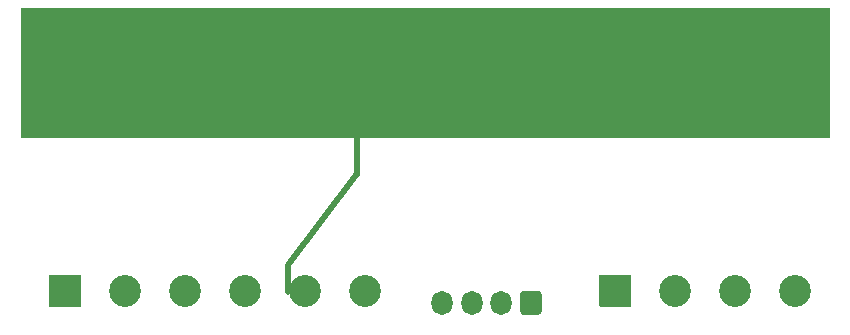
<source format=gbr>
%TF.GenerationSoftware,KiCad,Pcbnew,5.99.0-unknown-r18419-5b078893*%
%TF.CreationDate,2020-05-18T11:47:01+06:00*%
%TF.ProjectId,Flatpack,466c6174-7061-4636-9b2e-6b696361645f,rev?*%
%TF.SameCoordinates,Original*%
%TF.FileFunction,Soldermask,Bot*%
%TF.FilePolarity,Negative*%
%FSLAX46Y46*%
G04 Gerber Fmt 4.6, Leading zero omitted, Abs format (unit mm)*
G04 Created by KiCad (PCBNEW 5.99.0-unknown-r18419-5b078893) date 2020-05-18 11:47:01*
%MOMM*%
%LPD*%
G01*
G04 APERTURE LIST*
%ADD10C,0.500000*%
%ADD11C,0.100000*%
%ADD12O,1.800000X2.050000*%
%ADD13C,2.700000*%
G04 APERTURE END LIST*
D10*
X122862340Y-101866700D02*
X122867420Y-104053640D01*
X128676400Y-94198440D02*
X122882660Y-101833680D01*
X128719580Y-90698320D02*
X128719580Y-94175580D01*
D11*
G36*
X168656000Y-80081120D02*
G01*
X168701720Y-90977720D01*
X100263960Y-90962480D01*
X100258880Y-80070960D01*
X168656000Y-80081120D01*
G37*
X168656000Y-80081120D02*
X168701720Y-90977720D01*
X100263960Y-90962480D01*
X100258880Y-80070960D01*
X168656000Y-80081120D01*
D12*
%TO.C,J1*%
X135950000Y-105000000D03*
X138450000Y-105000000D03*
X140950000Y-105000000D03*
G36*
G01*
X144350000Y-104239705D02*
X144350000Y-105760295D01*
G75*
G02*
X144085295Y-106025000I-264705J0D01*
G01*
X142814705Y-106025000D01*
G75*
G02*
X142550000Y-105760295I0J264705D01*
G01*
X142550000Y-104239705D01*
G75*
G02*
X142814705Y-103975000I264705J0D01*
G01*
X144085295Y-103975000D01*
G75*
G02*
X144350000Y-104239705I0J-264705D01*
G01*
G37*
%TD*%
D13*
%TO.C,J3*%
X165810000Y-103980000D03*
X160730000Y-103980000D03*
X155650000Y-103980000D03*
G36*
G01*
X149220000Y-105280000D02*
X149220000Y-102680000D01*
G75*
G02*
X149270000Y-102630000I50000J0D01*
G01*
X151870000Y-102630000D01*
G75*
G02*
X151920000Y-102680000I0J-50000D01*
G01*
X151920000Y-105280000D01*
G75*
G02*
X151870000Y-105330000I-50000J0D01*
G01*
X149270000Y-105330000D01*
G75*
G02*
X149220000Y-105280000I0J50000D01*
G01*
G37*
%TD*%
%TO.C,J2*%
X129400000Y-104000000D03*
X124320000Y-104000000D03*
X119240000Y-104000000D03*
X114160000Y-104000000D03*
X109080000Y-104000000D03*
G36*
G01*
X102650000Y-105300000D02*
X102650000Y-102700000D01*
G75*
G02*
X102700000Y-102650000I50000J0D01*
G01*
X105300000Y-102650000D01*
G75*
G02*
X105350000Y-102700000I0J-50000D01*
G01*
X105350000Y-105300000D01*
G75*
G02*
X105300000Y-105350000I-50000J0D01*
G01*
X102700000Y-105350000D01*
G75*
G02*
X102650000Y-105300000I0J50000D01*
G01*
G37*
%TD*%
M02*

</source>
